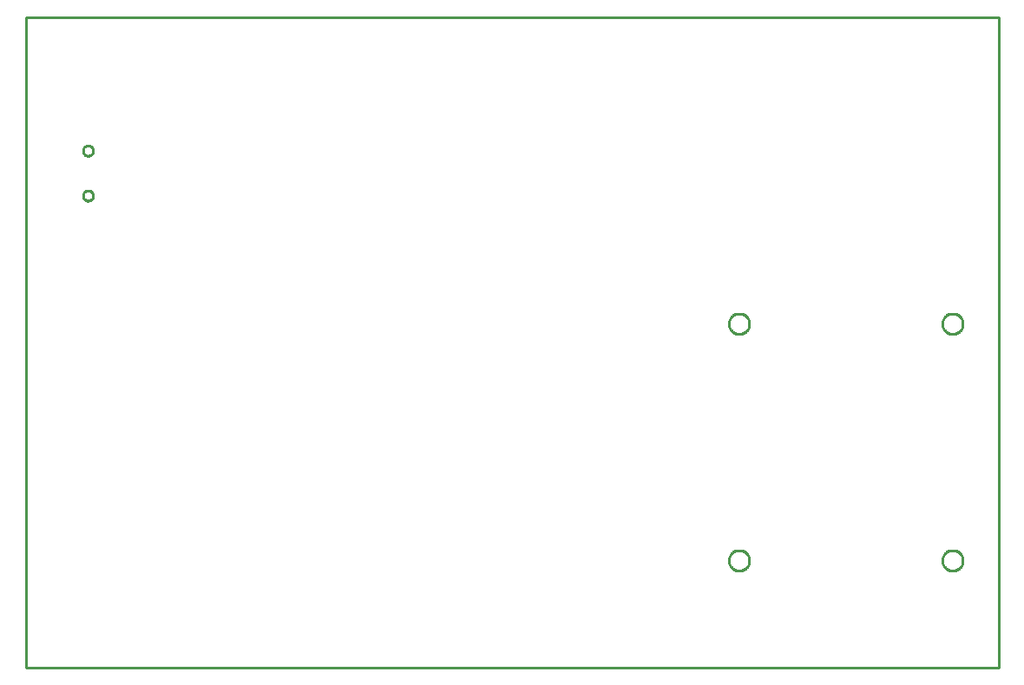
<source format=gbr>
G04 EAGLE Gerber RS-274X export*
G75*
%MOMM*%
%FSLAX34Y34*%
%LPD*%
%IN*%
%IPPOS*%
%AMOC8*
5,1,8,0,0,1.08239X$1,22.5*%
G01*
%ADD10C,0.254000*%


D10*
X-25400Y241300D02*
X923800Y241300D01*
X923800Y876200D01*
X-25400Y876200D01*
X-25400Y241300D01*
X35119Y740900D02*
X34561Y740963D01*
X34014Y741088D01*
X33484Y741273D01*
X32978Y741517D01*
X32502Y741816D01*
X32063Y742166D01*
X31666Y742563D01*
X31316Y743002D01*
X31017Y743478D01*
X30773Y743984D01*
X30588Y744514D01*
X30463Y745061D01*
X30400Y745619D01*
X30400Y746181D01*
X30463Y746739D01*
X30588Y747286D01*
X30773Y747816D01*
X31017Y748322D01*
X31316Y748798D01*
X31666Y749237D01*
X32063Y749634D01*
X32502Y749984D01*
X32978Y750283D01*
X33484Y750527D01*
X34014Y750712D01*
X34561Y750837D01*
X35119Y750900D01*
X35681Y750900D01*
X36239Y750837D01*
X36786Y750712D01*
X37316Y750527D01*
X37822Y750283D01*
X38298Y749984D01*
X38737Y749634D01*
X39134Y749237D01*
X39484Y748798D01*
X39783Y748322D01*
X40027Y747816D01*
X40212Y747286D01*
X40337Y746739D01*
X40400Y746181D01*
X40400Y745619D01*
X40337Y745061D01*
X40212Y744514D01*
X40027Y743984D01*
X39783Y743478D01*
X39484Y743002D01*
X39134Y742563D01*
X38737Y742166D01*
X38298Y741816D01*
X37822Y741517D01*
X37316Y741273D01*
X36786Y741088D01*
X36239Y740963D01*
X35681Y740900D01*
X35119Y740900D01*
X35119Y696900D02*
X34561Y696963D01*
X34014Y697088D01*
X33484Y697273D01*
X32978Y697517D01*
X32502Y697816D01*
X32063Y698166D01*
X31666Y698563D01*
X31316Y699002D01*
X31017Y699478D01*
X30773Y699984D01*
X30588Y700514D01*
X30463Y701061D01*
X30400Y701619D01*
X30400Y702181D01*
X30463Y702739D01*
X30588Y703286D01*
X30773Y703816D01*
X31017Y704322D01*
X31316Y704798D01*
X31666Y705237D01*
X32063Y705634D01*
X32502Y705984D01*
X32978Y706283D01*
X33484Y706527D01*
X34014Y706712D01*
X34561Y706837D01*
X35119Y706900D01*
X35681Y706900D01*
X36239Y706837D01*
X36786Y706712D01*
X37316Y706527D01*
X37822Y706283D01*
X38298Y705984D01*
X38737Y705634D01*
X39134Y705237D01*
X39484Y704798D01*
X39783Y704322D01*
X40027Y703816D01*
X40212Y703286D01*
X40337Y702739D01*
X40400Y702181D01*
X40400Y701619D01*
X40337Y701061D01*
X40212Y700514D01*
X40027Y699984D01*
X39783Y699478D01*
X39484Y699002D01*
X39134Y698563D01*
X38737Y698166D01*
X38298Y697816D01*
X37822Y697517D01*
X37316Y697273D01*
X36786Y697088D01*
X36239Y696963D01*
X35681Y696900D01*
X35119Y696900D01*
X868840Y346167D02*
X868916Y347037D01*
X869068Y347896D01*
X869294Y348740D01*
X869592Y349560D01*
X869961Y350352D01*
X870398Y351108D01*
X870899Y351823D01*
X871460Y352492D01*
X872078Y353110D01*
X872747Y353671D01*
X873462Y354172D01*
X874218Y354609D01*
X875010Y354978D01*
X875830Y355276D01*
X876674Y355502D01*
X877534Y355654D01*
X878403Y355730D01*
X879277Y355730D01*
X880147Y355654D01*
X881006Y355502D01*
X881850Y355276D01*
X882670Y354978D01*
X883462Y354609D01*
X884218Y354172D01*
X884933Y353671D01*
X885602Y353110D01*
X886220Y352492D01*
X886781Y351823D01*
X887282Y351108D01*
X887719Y350352D01*
X888088Y349560D01*
X888386Y348740D01*
X888612Y347896D01*
X888764Y347037D01*
X888840Y346167D01*
X888840Y345293D01*
X888764Y344424D01*
X888612Y343564D01*
X888386Y342720D01*
X888088Y341900D01*
X887719Y341108D01*
X887282Y340352D01*
X886781Y339637D01*
X886220Y338968D01*
X885602Y338350D01*
X884933Y337789D01*
X884218Y337288D01*
X883462Y336851D01*
X882670Y336482D01*
X881850Y336184D01*
X881006Y335958D01*
X880147Y335806D01*
X879277Y335730D01*
X878403Y335730D01*
X877534Y335806D01*
X876674Y335958D01*
X875830Y336184D01*
X875010Y336482D01*
X874218Y336851D01*
X873462Y337288D01*
X872747Y337789D01*
X872078Y338350D01*
X871460Y338968D01*
X870899Y339637D01*
X870398Y340352D01*
X869961Y341108D01*
X869592Y341900D01*
X869294Y342720D01*
X869068Y343564D01*
X868916Y344424D01*
X868840Y345293D01*
X868840Y346167D01*
X660560Y346167D02*
X660636Y347037D01*
X660788Y347896D01*
X661014Y348740D01*
X661312Y349560D01*
X661681Y350352D01*
X662118Y351108D01*
X662619Y351823D01*
X663180Y352492D01*
X663798Y353110D01*
X664467Y353671D01*
X665182Y354172D01*
X665938Y354609D01*
X666730Y354978D01*
X667550Y355276D01*
X668394Y355502D01*
X669254Y355654D01*
X670123Y355730D01*
X670997Y355730D01*
X671867Y355654D01*
X672726Y355502D01*
X673570Y355276D01*
X674390Y354978D01*
X675182Y354609D01*
X675938Y354172D01*
X676653Y353671D01*
X677322Y353110D01*
X677940Y352492D01*
X678501Y351823D01*
X679002Y351108D01*
X679439Y350352D01*
X679808Y349560D01*
X680106Y348740D01*
X680332Y347896D01*
X680484Y347037D01*
X680560Y346167D01*
X680560Y345293D01*
X680484Y344424D01*
X680332Y343564D01*
X680106Y342720D01*
X679808Y341900D01*
X679439Y341108D01*
X679002Y340352D01*
X678501Y339637D01*
X677940Y338968D01*
X677322Y338350D01*
X676653Y337789D01*
X675938Y337288D01*
X675182Y336851D01*
X674390Y336482D01*
X673570Y336184D01*
X672726Y335958D01*
X671867Y335806D01*
X670997Y335730D01*
X670123Y335730D01*
X669254Y335806D01*
X668394Y335958D01*
X667550Y336184D01*
X666730Y336482D01*
X665938Y336851D01*
X665182Y337288D01*
X664467Y337789D01*
X663798Y338350D01*
X663180Y338968D01*
X662619Y339637D01*
X662118Y340352D01*
X661681Y341108D01*
X661312Y341900D01*
X661014Y342720D01*
X660788Y343564D01*
X660636Y344424D01*
X660560Y345293D01*
X660560Y346167D01*
X660560Y577307D02*
X660636Y578177D01*
X660788Y579036D01*
X661014Y579880D01*
X661312Y580700D01*
X661681Y581492D01*
X662118Y582248D01*
X662619Y582963D01*
X663180Y583632D01*
X663798Y584250D01*
X664467Y584811D01*
X665182Y585312D01*
X665938Y585749D01*
X666730Y586118D01*
X667550Y586416D01*
X668394Y586642D01*
X669254Y586794D01*
X670123Y586870D01*
X670997Y586870D01*
X671867Y586794D01*
X672726Y586642D01*
X673570Y586416D01*
X674390Y586118D01*
X675182Y585749D01*
X675938Y585312D01*
X676653Y584811D01*
X677322Y584250D01*
X677940Y583632D01*
X678501Y582963D01*
X679002Y582248D01*
X679439Y581492D01*
X679808Y580700D01*
X680106Y579880D01*
X680332Y579036D01*
X680484Y578177D01*
X680560Y577307D01*
X680560Y576433D01*
X680484Y575564D01*
X680332Y574704D01*
X680106Y573860D01*
X679808Y573040D01*
X679439Y572248D01*
X679002Y571492D01*
X678501Y570777D01*
X677940Y570108D01*
X677322Y569490D01*
X676653Y568929D01*
X675938Y568428D01*
X675182Y567991D01*
X674390Y567622D01*
X673570Y567324D01*
X672726Y567098D01*
X671867Y566946D01*
X670997Y566870D01*
X670123Y566870D01*
X669254Y566946D01*
X668394Y567098D01*
X667550Y567324D01*
X666730Y567622D01*
X665938Y567991D01*
X665182Y568428D01*
X664467Y568929D01*
X663798Y569490D01*
X663180Y570108D01*
X662619Y570777D01*
X662118Y571492D01*
X661681Y572248D01*
X661312Y573040D01*
X661014Y573860D01*
X660788Y574704D01*
X660636Y575564D01*
X660560Y576433D01*
X660560Y577307D01*
X868840Y577307D02*
X868916Y578177D01*
X869068Y579036D01*
X869294Y579880D01*
X869592Y580700D01*
X869961Y581492D01*
X870398Y582248D01*
X870899Y582963D01*
X871460Y583632D01*
X872078Y584250D01*
X872747Y584811D01*
X873462Y585312D01*
X874218Y585749D01*
X875010Y586118D01*
X875830Y586416D01*
X876674Y586642D01*
X877534Y586794D01*
X878403Y586870D01*
X879277Y586870D01*
X880147Y586794D01*
X881006Y586642D01*
X881850Y586416D01*
X882670Y586118D01*
X883462Y585749D01*
X884218Y585312D01*
X884933Y584811D01*
X885602Y584250D01*
X886220Y583632D01*
X886781Y582963D01*
X887282Y582248D01*
X887719Y581492D01*
X888088Y580700D01*
X888386Y579880D01*
X888612Y579036D01*
X888764Y578177D01*
X888840Y577307D01*
X888840Y576433D01*
X888764Y575564D01*
X888612Y574704D01*
X888386Y573860D01*
X888088Y573040D01*
X887719Y572248D01*
X887282Y571492D01*
X886781Y570777D01*
X886220Y570108D01*
X885602Y569490D01*
X884933Y568929D01*
X884218Y568428D01*
X883462Y567991D01*
X882670Y567622D01*
X881850Y567324D01*
X881006Y567098D01*
X880147Y566946D01*
X879277Y566870D01*
X878403Y566870D01*
X877534Y566946D01*
X876674Y567098D01*
X875830Y567324D01*
X875010Y567622D01*
X874218Y567991D01*
X873462Y568428D01*
X872747Y568929D01*
X872078Y569490D01*
X871460Y570108D01*
X870899Y570777D01*
X870398Y571492D01*
X869961Y572248D01*
X869592Y573040D01*
X869294Y573860D01*
X869068Y574704D01*
X868916Y575564D01*
X868840Y576433D01*
X868840Y577307D01*
M02*

</source>
